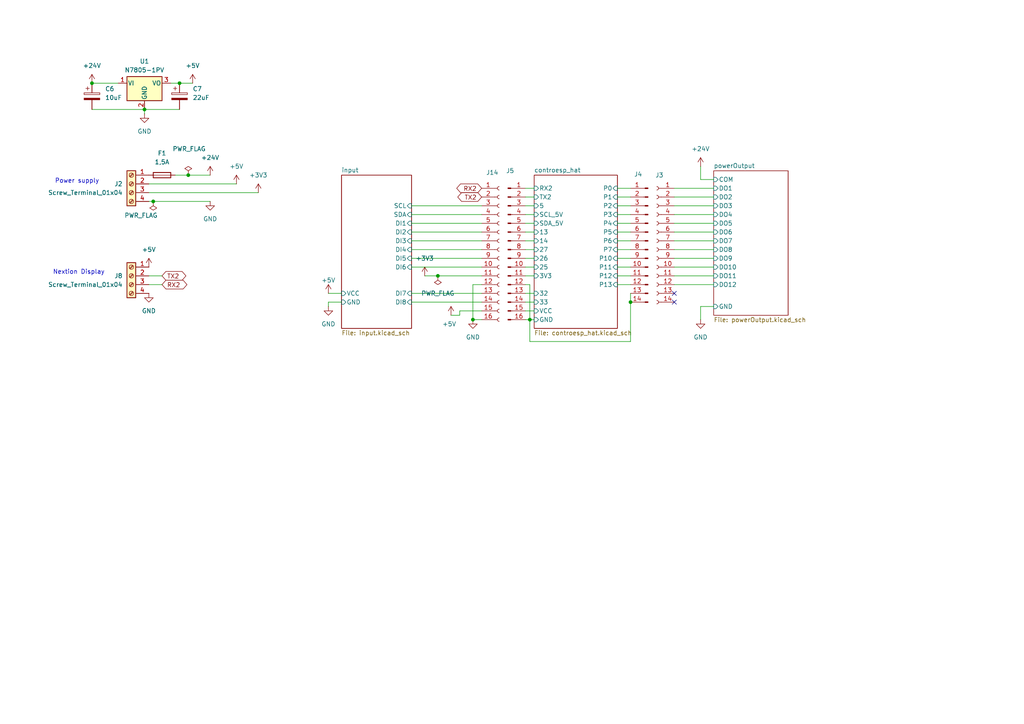
<source format=kicad_sch>
(kicad_sch (version 20250114) (generator "eeschema") (generator_version "9.0")
  (paper "A4")
  (title_block (title "controesp BASE") (date "2025-03-15") (rev "1") (comment 1 "1x display connector") (comment 2 "8x NO relay outputs; 2x 24V digital outputs") (comment 3 "8x 24V digital inputs; 2x 0-5V analog input") (comment 4 "24V supply") (comment 9 "test comment9"))
  (lib_symbols
    (symbol "Connector:Conn_01x14_Pin" (pin_names (offset 1.016) (hide yes))
      (property "Reference" "J" (at 0 17.78 0))
      (property "Value" "Conn_01x14_Pin" (at 0 -20.32 0))
      (symbol "Conn_01x14_Pin_1_1"
        (rectangle (start 0.8636 15.367) (end 0 15.113) (stroke (width 0.1524)) (fill (type outline)))
        (rectangle (start 0.8636 12.827) (end 0 12.573) (stroke (width 0.1524)) (fill (type outline)))
        (rectangle (start 0.8636 10.287) (end 0 10.033) (stroke (width 0.1524)) (fill (type outline)))
        (rectangle (start 0.8636 7.747) (end 0 7.493) (stroke (width 0.1524)) (fill (type outline)))
        (rectangle (start 0.8636 5.207) (end 0 4.953) (stroke (width 0.1524)) (fill (type outline)))
        (rectangle (start 0.8636 2.667) (end 0 2.413) (stroke (width 0.1524)) (fill (type outline)))
        (rectangle (start 0.8636 0.127) (end 0 -0.127) (stroke (width 0.1524)) (fill (type outline)))
        (rectangle (start 0.8636 -2.413) (end 0 -2.667) (stroke (width 0.1524)) (fill (type outline)))
        (rectangle (start 0.8636 -4.953) (end 0 -5.207) (stroke (width 0.1524)) (fill (type outline)))
        (rectangle (start 0.8636 -7.493) (end 0 -7.747) (stroke (width 0.1524)) (fill (type outline)))
        (rectangle (start 0.8636 -10.033) (end 0 -10.287) (stroke (width 0.1524)) (fill (type outline)))
        (rectangle (start 0.8636 -12.573) (end 0 -12.827) (stroke (width 0.1524)) (fill (type outline)))
        (rectangle (start 0.8636 -15.113) (end 0 -15.367) (stroke (width 0.1524)) (fill (type outline)))
        (rectangle (start 0.8636 -17.653) (end 0 -17.907) (stroke (width 0.1524)) (fill (type outline)))
        (polyline (pts (xy 1.27 15.24) (xy 0.8636 15.24)) (stroke (width 0.1524)))
        (polyline (pts (xy 1.27 12.7) (xy 0.8636 12.7)) (stroke (width 0.1524)))
        (polyline (pts (xy 1.27 10.16) (xy 0.8636 10.16)) (stroke (width 0.1524)))
        (polyline (pts (xy 1.27 7.62) (xy 0.8636 7.62)) (stroke (width 0.1524)))
        (polyline (pts (xy 1.27 5.08) (xy 0.8636 5.08)) (stroke (width 0.1524)))
        (polyline (pts (xy 1.27 2.54) (xy 0.8636 2.54)) (stroke (width 0.1524)))
        (polyline (pts (xy 1.27 0) (xy 0.8636 0)) (stroke (width 0.1524)))
        (polyline (pts (xy 1.27 -2.54) (xy 0.8636 -2.54)) (stroke (width 0.1524)))
        (polyline (pts (xy 1.27 -5.08) (xy 0.8636 -5.08)) (stroke (width 0.1524)))
        (polyline (pts (xy 1.27 -7.62) (xy 0.8636 -7.62)) (stroke (width 0.1524)))
        (polyline (pts (xy 1.27 -10.16) (xy 0.8636 -10.16)) (stroke (width 0.1524)))
        (polyline (pts (xy 1.27 -12.7) (xy 0.8636 -12.7)) (stroke (width 0.1524)))
        (polyline (pts (xy 1.27 -15.24) (xy 0.8636 -15.24)) (stroke (width 0.1524)))
        (polyline (pts (xy 1.27 -17.78) (xy 0.8636 -17.78)) (stroke (width 0.1524)))
        (pin passive line (at 5.08 15.24 180) (length 3.81) (name "Pin_1") (number "1"))
        (pin passive line (at 5.08 12.7 180) (length 3.81) (name "Pin_2") (number "2"))
        (pin passive line (at 5.08 10.16 180) (length 3.81) (name "Pin_3") (number "3"))
        (pin passive line (at 5.08 7.62 180) (length 3.81) (name "Pin_4") (number "4"))
        (pin passive line (at 5.08 5.08 180) (length 3.81) (name "Pin_5") (number "5"))
        (pin passive line (at 5.08 2.54 180) (length 3.81) (name "Pin_6") (number "6"))
        (pin passive line (at 5.08 0 180) (length 3.81) (name "Pin_7") (number "7"))
        (pin passive line (at 5.08 -2.54 180) (length 3.81) (name "Pin_8") (number "8"))
        (pin passive line (at 5.08 -5.08 180) (length 3.81) (name "Pin_9") (number "9"))
        (pin passive line (at 5.08 -7.62 180) (length 3.81) (name "Pin_10") (number "10"))
        (pin passive line (at 5.08 -10.16 180) (length 3.81) (name "Pin_11") (number "11"))
        (pin passive line (at 5.08 -12.7 180) (length 3.81) (name "Pin_12") (number "12"))
        (pin passive line (at 5.08 -15.24 180) (length 3.81) (name "Pin_13") (number "13"))
        (pin passive line (at 5.08 -17.78 180) (length 3.81) (name "Pin_14") (number "14"))
      )
    )
    (symbol "Connector:Conn_01x14_Socket" (pin_names (offset 1.016) (hide yes))
      (property "Reference" "J" (at 0 17.78 0))
      (property "Value" "Conn_01x14_Socket" (at 0 -20.32 0))
      (symbol "Conn_01x14_Socket_1_1"
        (polyline (pts (xy -1.27 15.24) (xy -0.508 15.24)) (stroke (width 0.1524)))
        (polyline (pts (xy -1.27 12.7) (xy -0.508 12.7)) (stroke (width 0.1524)))
        (polyline (pts (xy -1.27 10.16) (xy -0.508 10.16)) (stroke (width 0.1524)))
        (polyline (pts (xy -1.27 7.62) (xy -0.508 7.62)) (stroke (width 0.1524)))
        (polyline (pts (xy -1.27 5.08) (xy -0.508 5.08)) (stroke (width 0.1524)))
        (polyline (pts (xy -1.27 2.54) (xy -0.508 2.54)) (stroke (width 0.1524)))
        (polyline (pts (xy -1.27 0) (xy -0.508 0)) (stroke (width 0.1524)))
        (polyline (pts (xy -1.27 -2.54) (xy -0.508 -2.54)) (stroke (width 0.1524)))
        (polyline (pts (xy -1.27 -5.08) (xy -0.508 -5.08)) (stroke (width 0.1524)))
        (polyline (pts (xy -1.27 -7.62) (xy -0.508 -7.62)) (stroke (width 0.1524)))
        (polyline (pts (xy -1.27 -10.16) (xy -0.508 -10.16)) (stroke (width 0.1524)))
        (polyline (pts (xy -1.27 -12.7) (xy -0.508 -12.7)) (stroke (width 0.1524)))
        (polyline (pts (xy -1.27 -15.24) (xy -0.508 -15.24)) (stroke (width 0.1524)))
        (polyline (pts (xy -1.27 -17.78) (xy -0.508 -17.78)) (stroke (width 0.1524)))
        (arc (start 0 14.732) (mid -0.5058 15.24) (end 0 15.748) (stroke (width 0.1524)))
        (arc (start 0 12.192) (mid -0.5058 12.7) (end 0 13.208) (stroke (width 0.1524)))
        (arc (start 0 9.652) (mid -0.5058 10.16) (end 0 10.668) (stroke (width 0.1524)))
        (arc (start 0 7.112) (mid -0.5058 7.62) (end 0 8.128) (stroke (width 0.1524)))
        (arc (start 0 4.572) (mid -0.5058 5.08) (end 0 5.588) (stroke (width 0.1524)))
        (arc (start 0 2.032) (mid -0.5058 2.54) (end 0 3.048) (stroke (width 0.1524)))
        (arc (start 0 -0.508) (mid -0.5058 0) (end 0 0.508) (stroke (width 0.1524)))
        (arc (start 0 -3.048) (mid -0.5058 -2.54) (end 0 -2.032) (stroke (width 0.1524)))
        (arc (start 0 -5.588) (mid -0.5058 -5.08) (end 0 -4.572) (stroke (width 0.1524)))
        (arc (start 0 -8.128) (mid -0.5058 -7.62) (end 0 -7.112) (stroke (width 0.1524)))
        (arc (start 0 -10.668) (mid -0.5058 -10.16) (end 0 -9.652) (stroke (width 0.1524)))
        (arc (start 0 -13.208) (mid -0.5058 -12.7) (end 0 -12.192) (stroke (width 0.1524)))
        (arc (start 0 -15.748) (mid -0.5058 -15.24) (end 0 -14.732) (stroke (width 0.1524)))
        (arc (start 0 -18.288) (mid -0.5058 -17.78) (end 0 -17.272) (stroke (width 0.1524)))
        (pin passive line (at -5.08 15.24 0) (length 3.81) (name "Pin_1") (number "1"))
        (pin passive line (at -5.08 12.7 0) (length 3.81) (name "Pin_2") (number "2"))
        (pin passive line (at -5.08 10.16 0) (length 3.81) (name "Pin_3") (number "3"))
        (pin passive line (at -5.08 7.62 0) (length 3.81) (name "Pin_4") (number "4"))
        (pin passive line (at -5.08 5.08 0) (length 3.81) (name "Pin_5") (number "5"))
        (pin passive line (at -5.08 2.54 0) (length 3.81) (name "Pin_6") (number "6"))
        (pin passive line (at -5.08 0 0) (length 3.81) (name "Pin_7") (number "7"))
        (pin passive line (at -5.08 -2.54 0) (length 3.81) (name "Pin_8") (number "8"))
        (pin passive line (at -5.08 -5.08 0) (length 3.81) (name "Pin_9") (number "9"))
        (pin passive line (at -5.08 -7.62 0) (length 3.81) (name "Pin_10") (number "10"))
        (pin passive line (at -5.08 -10.16 0) (length 3.81) (name "Pin_11") (number "11"))
        (pin passive line (at -5.08 -12.7 0) (length 3.81) (name "Pin_12") (number "12"))
        (pin passive line (at -5.08 -15.24 0) (length 3.81) (name "Pin_13") (number "13"))
        (pin passive line (at -5.08 -17.78 0) (length 3.81) (name "Pin_14") (number "14"))
      )
    )
    (symbol "Connector:Conn_01x16_Pin" (pin_names (offset 1.016) (hide yes))
      (property "Reference" "J" (at 0 20.32 0))
      (property "Value" "Conn_01x16_Pin" (at 0 -22.86 0))
      (symbol "Conn_01x16_Pin_1_1"
        (rectangle (start 0.8636 17.907) (end 0 17.653) (stroke (width 0.1524)) (fill (type outline)))
        (rectangle (start 0.8636 15.367) (end 0 15.113) (stroke (width 0.1524)) (fill (type outline)))
        (rectangle (start 0.8636 12.827) (end 0 12.573) (stroke (width 0.1524)) (fill (type outline)))
        (rectangle (start 0.8636 10.287) (end 0 10.033) (stroke (width 0.1524)) (fill (type outline)))
        (rectangle (start 0.8636 7.747) (end 0 7.493) (stroke (width 0.1524)) (fill (type outline)))
        (rectangle (start 0.8636 5.207) (end 0 4.953) (stroke (width 0.1524)) (fill (type outline)))
        (rectangle (start 0.8636 2.667) (end 0 2.413) (stroke (width 0.1524)) (fill (type outline)))
        (rectangle (start 0.8636 0.127) (end 0 -0.127) (stroke (width 0.1524)) (fill (type outline)))
        (rectangle (start 0.8636 -2.413) (end 0 -2.667) (stroke (width 0.1524)) (fill (type outline)))
        (rectangle (start 0.8636 -4.953) (end 0 -5.207) (stroke (width 0.1524)) (fill (type outline)))
        (rectangle (start 0.8636 -7.493) (end 0 -7.747) (stroke (width 0.1524)) (fill (type outline)))
        (rectangle (start 0.8636 -10.033) (end 0 -10.287) (stroke (width 0.1524)) (fill (type outline)))
        (rectangle (start 0.8636 -12.573) (end 0 -12.827) (stroke (width 0.1524)) (fill (type outline)))
        (rectangle (start 0.8636 -15.113) (end 0 -15.367) (stroke (width 0.1524)) (fill (type outline)))
        (rectangle (start 0.8636 -17.653) (end 0 -17.907) (stroke (width 0.1524)) (fill (type outline)))
        (rectangle (start 0.8636 -20.193) (end 0 -20.447) (stroke (width 0.1524)) (fill (type outline)))
        (polyline (pts (xy 1.27 17.78) (xy 0.8636 17.78)) (stroke (width 0.1524)))
        (polyline (pts (xy 1.27 15.24) (xy 0.8636 15.24)) (stroke (width 0.1524)))
        (polyline (pts (xy 1.27 12.7) (xy 0.8636 12.7)) (stroke (width 0.1524)))
        (polyline (pts (xy 1.27 10.16) (xy 0.8636 10.16)) (stroke (width 0.1524)))
        (polyline (pts (xy 1.27 7.62) (xy 0.8636 7.62)) (stroke (width 0.1524)))
        (polyline (pts (xy 1.27 5.08) (xy 0.8636 5.08)) (stroke (width 0.1524)))
        (polyline (pts (xy 1.27 2.54) (xy 0.8636 2.54)) (stroke (width 0.1524)))
        (polyline (pts (xy 1.27 0) (xy 0.8636 0)) (stroke (width 0.1524)))
        (polyline (pts (xy 1.27 -2.54) (xy 0.8636 -2.54)) (stroke (width 0.1524)))
        (polyline (pts (xy 1.27 -5.08) (xy 0.8636 -5.08)) (stroke (width 0.1524)))
        (polyline (pts (xy 1.27 -7.62) (xy 0.8636 -7.62)) (stroke (width 0.1524)))
        (polyline (pts (xy 1.27 -10.16) (xy 0.8636 -10.16)) (stroke (width 0.1524)))
        (polyline (pts (xy 1.27 -12.7) (xy 0.8636 -12.7)) (stroke (width 0.1524)))
        (polyline (pts (xy 1.27 -15.24) (xy 0.8636 -15.24)) (stroke (width 0.1524)))
        (polyline (pts (xy 1.27 -17.78) (xy 0.8636 -17.78)) (stroke (width 0.1524)))
        (polyline (pts (xy 1.27 -20.32) (xy 0.8636 -20.32)) (stroke (width 0.1524)))
        (pin passive line (at 5.08 17.78 180) (length 3.81) (name "Pin_1") (number "1"))
        (pin passive line (at 5.08 15.24 180) (length 3.81) (name "Pin_2") (number "2"))
        (pin passive line (at 5.08 12.7 180) (length 3.81) (name "Pin_3") (number "3"))
        (pin passive line (at 5.08 10.16 180) (length 3.81) (name "Pin_4") (number "4"))
        (pin passive line (at 5.08 7.62 180) (length 3.81) (name "Pin_5") (number "5"))
        (pin passive line (at 5.08 5.08 180) (length 3.81) (name "Pin_6") (number "6"))
        (pin passive line (at 5.08 2.54 180) (length 3.81) (name "Pin_7") (number "7"))
        (pin passive line (at 5.08 0 180) (length 3.81) (name "Pin_8") (number "8"))
        (pin passive line (at 5.08 -2.54 180) (length 3.81) (name "Pin_9") (number "9"))
        (pin passive line (at 5.08 -5.08 180) (length 3.81) (name "Pin_10") (number "10"))
        (pin passive line (at 5.08 -7.62 180) (length 3.81) (name "Pin_11") (number "11"))
        (pin passive line (at 5.08 -10.16 180) (length 3.81) (name "Pin_12") (number "12"))
        (pin passive line (at 5.08 -12.7 180) (length 3.81) (name "Pin_13") (number "13"))
        (pin passive line (at 5.08 -15.24 180) (length 3.81) (name "Pin_14") (number "14"))
        (pin passive line (at 5.08 -17.78 180) (length 3.81) (name "Pin_15") (number "15"))
        (pin passive line (at 5.08 -20.32 180) (length 3.81) (name "Pin_16") (number "16"))
      )
    )
    (symbol "Connector:Conn_01x16_Socket" (pin_names (offset 1.016) (hide yes))
      (property "Reference" "J" (at 0 20.32 0))
      (property "Value" "Conn_01x16_Socket" (at 0 -22.86 0))
      (symbol "Conn_01x16_Socket_1_1"
        (polyline (pts (xy -1.27 17.78) (xy -0.508 17.78)) (stroke (width 0.1524)))
        (polyline (pts (xy -1.27 15.24) (xy -0.508 15.24)) (stroke (width 0.1524)))
        (polyline (pts (xy -1.27 12.7) (xy -0.508 12.7)) (stroke (width 0.1524)))
        (polyline (pts (xy -1.27 10.16) (xy -0.508 10.16)) (stroke (width 0.1524)))
        (polyline (pts (xy -1.27 7.62) (xy -0.508 7.62)) (stroke (width 0.1524)))
        (polyline (pts (xy -1.27 5.08) (xy -0.508 5.08)) (stroke (width 0.1524)))
        (polyline (pts (xy -1.27 2.54) (xy -0.508 2.54)) (stroke (width 0.1524)))
        (polyline (pts (xy -1.27 0) (xy -0.508 0)) (stroke (width 0.1524)))
        (polyline (pts (xy -1.27 -2.54) (xy -0.508 -2.54)) (stroke (width 0.1524)))
        (polyline (pts (xy -1.27 -5.08) (xy -0.508 -5.08)) (stroke (width 0.1524)))
        (polyline (pts (xy -1.27 -7.62) (xy -0.508 -7.62)) (stroke (width 0.1524)))
        (polyline (pts (xy -1.27 -10.16) (xy -0.508 -10.16)) (stroke (width 0.1524)))
        (polyline (pts (xy -1.27 -12.7) (xy -0.508 -12.7)) (stroke (width 0.1524)))
        (polyline (pts (xy -1.27 -15.24) (xy -0.508 -15.24)) (stroke (width 0.1524)))
        (polyline (pts (xy -1.27 -17.78) (xy -0.508 -17.78)) (stroke (width 0.1524)))
        (polyline (pts (xy -1.27 -20.32) (xy -0.508 -20.32)) (stroke (width 0.1524)))
        (arc (start 0 17.272) (mid -0.5058 17.78) (end 0 18.288) (stroke (width 0.1524)))
        (arc (start 0 14.732) (mid -0.5058 15.24) (end 0 15.748) (stroke (width 0.1524)))
        (arc (start 0 12.192) (mid -0.5058 12.7) (end 0 13.208) (stroke (width 0.1524)))
        (arc (start 0 9.652) (mid -0.5058 10.16) (end 0 10.668) (stroke (width 0.1524)))
        (arc (start 0 7.112) (mid -0.5058 7.62) (end 0 8.128) (stroke (width 0.1524)))
        (arc (start 0 4.572) (mid -0.5058 5.08) (end 0 5.588) (stroke (width 0.1524)))
        (arc (start 0 2.032) (mid -0.5058 2.54) (end 0 3.048) (stroke (width 0.1524)))
        (arc (start 0 -0.508) (mid -0.5058 0) (end 0 0.508) (stroke (width 0.1524)))
        (arc (start 0 -3.048) (mid -0.5058 -2.54) (end 0 -2.032) (stroke (width 0.1524)))
        (arc (start 0 -5.588) (mid -0.5058 -5.08) (end 0 -4.572) (stroke (width 0.1524)))
        (arc (start 0 -8.128) (mid -0.5058 -7.62) (end 0 -7.112) (stroke (width 0.1524)))
        (arc (start 0 -10.668) (mid -0.5058 -10.16) (end 0 -9.652) (stroke (width 0.1524)))
        (arc (start 0 -13.208) (mid -0.5058 -12.7) (end 0 -12.192) (stroke (width 0.1524)))
        (arc (start 0 -15.748) (mid -0.5058 -15.24) (end 0 -14.732) (stroke (width 0.1524)))
        (arc (start 0 -18.288) (mid -0.5058 -17.78) (end 0 -17.272) (stroke (width 0.1524)))
        (arc (start 0 -20.828) (mid -0.5058 -20.32) (end 0 -19.812) (stroke (width 0.1524)))
        (pin passive line (at -5.08 17.78 0) (length 3.81) (name "Pin_1") (number "1"))
        (pin passive line (at -5.08 15.24 0) (length 3.81) (name "Pin_2") (number "2"))
        (pin passive line (at -5.08 12.7 0) (length 3.81) (name "Pin_3") (number "3"))
        (pin passive line (at -5.08 10.16 0) (length 3.81) (name "Pin_4") (number "4"))
        (pin passive line (at -5.08 7.62 0) (length 3.81) (name "Pin_5") (number "5"))
        (pin passive line (at -5.08 5.08 0) (length 3.81) (name "Pin_6") (number "6"))
        (pin passive line (at -5.08 2.54 0) (length 3.81) (name "Pin_7") (number "7"))
        (pin passive line (at -5.08 0 0) (length 3.81) (name "Pin_8") (number "8"))
        (pin passive line (at -5.08 -2.54 0) (length 3.81) (name "Pin_9") (number "9"))
        (pin passive line (at -5.08 -5.08 0) (length 3.81) (name "Pin_10") (number "10"))
        (pin passive line (at -5.08 -7.62 0) (length 3.81) (name "Pin_11") (number "11"))
        (pin passive line (at -5.08 -10.16 0) (length 3.81) (name "Pin_12") (number "12"))
        (pin passive line (at -5.08 -12.7 0) (length 3.81) (name "Pin_13") (number "13"))
        (pin passive line (at -5.08 -15.24 0) (length 3.81) (name "Pin_14") (number "14"))
        (pin passive line (at -5.08 -17.78 0) (length 3.81) (name "Pin_15") (number "15"))
        (pin passive line (at -5.08 -20.32 0) (length 3.81) (name "Pin_16") (number "16"))
      )
    )
    (symbol "Connector:Screw_Terminal_01x04" (pin_names (offset 1.016) (hide yes))
      (property "Reference" "J" (at 0 5.08 0))
      (property "Value" "Screw_Terminal_01x04" (at 0 -7.62 0))
      (symbol "Screw_Terminal_01x04_1_1"
        (rectangle (start -1.27 3.81) (end 1.27 -6.35) (stroke (width 0.254)) (fill (type background)))
        (polyline (pts (xy -0.5334 2.8702) (xy 0.3302 2.032)) (stroke (width 0.1524)))
        (polyline (pts (xy -0.5334 0.3302) (xy 0.3302 -0.508)) (stroke (width 0.1524)))
        (polyline (pts (xy -0.5334 -2.2098) (xy 0.3302 -3.048)) (stroke (width 0.1524)))
        (polyline (pts (xy -0.5334 -4.7498) (xy 0.3302 -5.588)) (stroke (width 0.1524)))
        (polyline (pts (xy -0.3556 3.048) (xy 0.508 2.2098)) (stroke (width 0.1524)))
        (polyline (pts (xy -0.3556 0.508) (xy 0.508 -0.3302)) (stroke (width 0.1524)))
        (polyline (pts (xy -0.3556 -2.032) (xy 0.508 -2.8702)) (stroke (width 0.1524)))
        (polyline (pts (xy -0.3556 -4.572) (xy 0.508 -5.4102)) (stroke (width 0.1524)))
        (circle (center 0 2.54) (radius 0.635) (stroke (width 0.1524)))
        (circle (center 0 0) (radius 0.635) (stroke (width 0.1524)))
        (circle (center 0 -2.54) (radius 0.635) (stroke (width 0.1524)))
        (circle (center 0 -5.08) (radius 0.635) (stroke (width 0.1524)))
        (pin passive line (at -5.08 2.54 0) (length 3.81) (name "Pin_1") (number "1"))
        (pin passive line (at -5.08 0 0) (length 3.81) (name "Pin_2") (number "2"))
        (pin passive line (at -5.08 -2.54 0) (length 3.81) (name "Pin_3") (number "3"))
        (pin passive line (at -5.08 -5.08 0) (length 3.81) (name "Pin_4") (number "4"))
      )
    )
    (symbol "Device:C_Polarized" (pin_numbers (hide yes)) (pin_names (offset 0.254))
      (property "Reference" "C" (at 0.635 2.54 0))
      (property "Value" "C_Polarized" (at 0.635 -2.54 0))
      (symbol "C_Polarized_0_1"
        (rectangle (start -2.286 0.508) (end 2.286 1.016))
        (polyline (pts (xy -1.778 2.286) (xy -0.762 2.286)))
        (polyline (pts (xy -1.27 2.794) (xy -1.27 1.778)))
        (rectangle (start 2.286 -0.508) (end -2.286 -1.016) (fill (type outline)))
      )
      (symbol "C_Polarized_1_1"
        (pin passive line (at 0 3.81 270) (length 2.794) (name "~") (number "1"))
        (pin passive line (at 0 -3.81 90) (length 2.794) (name "~") (number "2"))
      )
    )
    (symbol "Device:Fuse" (pin_numbers (hide yes)) (pin_names (offset 0))
      (property "Reference" "F" (at 2.032 0 90))
      (property "Value" "Fuse" (at -1.905 0 90))
      (symbol "Fuse_0_1"
        (rectangle (start -0.762 -2.54) (end 0.762 2.54) (stroke (width 0.254)))
        (polyline (pts (xy 0 2.54) (xy 0 -2.54)))
      )
      (symbol "Fuse_1_1"
        (pin passive line (at 0 3.81 270) (length 1.27) (name "~") (number "1"))
        (pin passive line (at 0 -3.81 90) (length 1.27) (name "~") (number "2"))
      )
    )
    (symbol "Regulator_Linear:LM7805_TO220" (pin_names (offset 0.254))
      (property "Reference" "U" (at -3.81 3.175 0))
      (property "Value" "LM7805_TO220" (at 0 3.175 0))
      (symbol "LM7805_TO220_0_1"
        (rectangle (start -5.08 1.905) (end 5.08 -5.08) (stroke (width 0.254)) (fill (type background)))
      )
      (symbol "LM7805_TO220_1_1"
        (pin power_in line (at -7.62 0 0) (length 2.54) (name "VI") (number "1"))
        (pin power_in line (at 0 -7.62 90) (length 2.54) (name "GND") (number "2"))
        (pin power_out line (at 7.62 0 180) (length 2.54) (name "VO") (number "3"))
      )
    )
    (symbol "power:+24V" (power) (pin_numbers (hide yes)) (pin_names (offset 0) (hide yes))
      (property "Value" "+24V" (at 0 3.556 0))
      (symbol "+24V_0_1"
        (polyline (pts (xy -0.762 1.27) (xy 0 2.54)))
        (polyline (pts (xy 0 2.54) (xy 0.762 1.27)))
        (polyline (pts (xy 0 0) (xy 0 2.54)))
      )
      (symbol "+24V_1_1"
        (pin power_in line (at 0 0 90) (length 0) (name "~") (number "1"))
      )
    )
    (symbol "power:+3V3" (power) (pin_numbers (hide yes)) (pin_names (offset 0) (hide yes))
      (property "Value" "+3V3" (at 0 3.556 0))
      (symbol "+3V3_0_1"
        (polyline (pts (xy -0.762 1.27) (xy 0 2.54)))
        (polyline (pts (xy 0 2.54) (xy 0.762 1.27)))
        (polyline (pts (xy 0 0) (xy 0 2.54)))
      )
      (symbol "+3V3_1_1"
        (pin power_in line (at 0 0 90) (length 0) (name "~") (number "1"))
      )
    )
    (symbol "power:+5V" (power) (pin_numbers (hide yes)) (pin_names (offset 0) (hide yes))
      (property "Value" "+5V" (at 0 3.556 0))
      (symbol "+5V_0_1"
        (polyline (pts (xy -0.762 1.27) (xy 0 2.54)))
        (polyline (pts (xy 0 2.54) (xy 0.762 1.27)))
        (polyline (pts (xy 0 0) (xy 0 2.54)))
      )
      (symbol "+5V_1_1"
        (pin power_in line (at 0 0 90) (length 0) (name "~") (number "1"))
      )
    )
    (symbol "power:GND" (power) (pin_numbers (hide yes)) (pin_names (offset 0) (hide yes))
      (property "Value" "GND" (at 0 -3.81 0))
      (symbol "GND_0_1"
        (polyline (pts (xy 0 0) (xy 0 -1.27) (xy 1.27 -1.27) (xy 0 -2.54) (xy -1.27 -1.27) (xy 0 -1.27)))
      )
      (symbol "GND_1_1"
        (pin power_in line (at 0 0 270) (length 0) (name "~") (number "1"))
      )
    )
    (symbol "power:PWR_FLAG" (power) (pin_numbers (hide yes)) (pin_names (offset 0) (hide yes))
      (property "Value" "PWR_FLAG" (at 0 3.81 0))
      (symbol "PWR_FLAG_0_0"
        (pin power_out line (at 0 0 90) (length 0) (name "~") (number "1"))
      )
      (symbol "PWR_FLAG_0_1"
        (polyline (pts (xy 0 0) (xy 0 1.27) (xy -1.016 1.905) (xy 0 2.54) (xy 1.016 1.905) (xy 0 1.27)))
      )
    )
  )
  (text "Power supply" (at 22.352 52.578 0) (effects (font (size 1.27 1.27))))
  (text "Nextion Display" (at 22.86 78.994 0) (effects (font (size 1.27 1.27))))
  (junction (at 127 80.01))
  (junction (at 182.88 87.63))
  (junction (at 26.67 24.13))
  (junction (at 153.67 92.71))
  (junction (at 137.16 92.71))
  (junction (at 41.91 31.75))
  (junction (at 54.61 50.8))
  (junction (at 44.45 58.42))
  (junction (at 52.07 24.13))
  (no_connect (at 195.58 85.09))
  (no_connect (at 195.58 87.63))
  (wire (pts (xy 54.61 50.8) (xy 60.96 50.8)))
  (wire (pts (xy 195.58 64.77) (xy 207.01 64.77)))
  (wire (pts (xy 119.38 69.85) (xy 139.7 69.85)))
  (wire (pts (xy 26.67 24.13) (xy 34.29 24.13)))
  (wire (pts (xy 195.58 62.23) (xy 207.01 62.23)))
  (wire (pts (xy 119.38 87.63) (xy 139.7 87.63)))
  (wire (pts (xy 153.67 92.71) (xy 154.94 92.71)))
  (wire (pts (xy 179.07 77.47) (xy 182.88 77.47)))
  (wire (pts (xy 179.07 67.31) (xy 182.88 67.31)))
  (wire (pts (xy 119.38 62.23) (xy 139.7 62.23)))
  (wire (pts (xy 152.4 59.69) (xy 154.94 59.69)))
  (wire (pts (xy 179.07 80.01) (xy 182.88 80.01)))
  (wire (pts (xy 152.4 92.71) (xy 153.67 92.71)))
  (wire (pts (xy 152.4 64.77) (xy 154.94 64.77)))
  (wire (pts (xy 152.4 77.47) (xy 154.94 77.47)))
  (wire (pts (xy 43.18 53.34) (xy 68.58 53.34)))
  (wire (pts (xy 43.18 80.01) (xy 46.99 80.01)))
  (wire (pts (xy 44.45 58.42) (xy 60.96 58.42)))
  (wire (pts (xy 43.18 82.55) (xy 46.99 82.55)))
  (wire (pts (xy 152.4 54.61) (xy 154.94 54.61)))
  (wire (pts (xy 179.07 69.85) (xy 182.88 69.85)))
  (wire (pts (xy 152.4 82.55) (xy 153.67 82.55)))
  (wire (pts (xy 41.91 33.02) (xy 41.91 31.75)))
  (wire (pts (xy 182.88 99.06) (xy 182.88 87.63)))
  (wire (pts (xy 195.58 77.47) (xy 207.01 77.47)))
  (wire (pts (xy 179.07 54.61) (xy 182.88 54.61)))
  (wire (pts (xy 50.8 50.8) (xy 54.61 50.8)))
  (wire (pts (xy 127 80.01) (xy 139.7 80.01)))
  (wire (pts (xy 195.58 67.31) (xy 207.01 67.31)))
  (wire (pts (xy 179.07 82.55) (xy 182.88 82.55)))
  (wire (pts (xy 130.81 91.44) (xy 133.35 91.44)))
  (wire (pts (xy 152.4 62.23) (xy 154.94 62.23)))
  (wire (pts (xy 179.07 62.23) (xy 182.88 62.23)))
  (wire (pts (xy 152.4 90.17) (xy 154.94 90.17)))
  (wire (pts (xy 152.4 85.09) (xy 154.94 85.09)))
  (wire (pts (xy 195.58 57.15) (xy 207.01 57.15)))
  (wire (pts (xy 152.4 69.85) (xy 154.94 69.85)))
  (wire (pts (xy 41.91 31.75) (xy 52.07 31.75)))
  (wire (pts (xy 152.4 80.01) (xy 154.94 80.01)))
  (wire (pts (xy 195.58 72.39) (xy 207.01 72.39)))
  (wire (pts (xy 95.25 85.09) (xy 99.06 85.09)))
  (wire (pts (xy 26.67 31.75) (xy 41.91 31.75)))
  (wire (pts (xy 119.38 74.93) (xy 139.7 74.93)))
  (wire (pts (xy 95.25 88.9) (xy 95.25 87.63)))
  (wire (pts (xy 179.07 57.15) (xy 182.88 57.15)))
  (wire (pts (xy 153.67 92.71) (xy 153.67 99.06)))
  (wire (pts (xy 195.58 69.85) (xy 207.01 69.85)))
  (wire (pts (xy 119.38 85.09) (xy 139.7 85.09)))
  (wire (pts (xy 152.4 67.31) (xy 154.94 67.31)))
  (wire (pts (xy 119.38 67.31) (xy 139.7 67.31)))
  (wire (pts (xy 43.18 58.42) (xy 44.45 58.42)))
  (wire (pts (xy 195.58 54.61) (xy 207.01 54.61)))
  (wire (pts (xy 203.2 92.71) (xy 203.2 88.9)))
  (wire (pts (xy 179.07 74.93) (xy 182.88 74.93)))
  (wire (pts (xy 137.16 92.71) (xy 139.7 92.71)))
  (wire (pts (xy 153.67 99.06) (xy 182.88 99.06)))
  (wire (pts (xy 195.58 59.69) (xy 207.01 59.69)))
  (wire (pts (xy 195.58 74.93) (xy 207.01 74.93)))
  (wire (pts (xy 179.07 72.39) (xy 182.88 72.39)))
  (wire (pts (xy 133.35 91.44) (xy 133.35 90.17)))
  (wire (pts (xy 152.4 57.15) (xy 154.94 57.15)))
  (wire (pts (xy 153.67 82.55) (xy 153.67 92.71)))
  (wire (pts (xy 52.07 24.13) (xy 55.88 24.13)))
  (wire (pts (xy 123.19 80.01) (xy 127 80.01)))
  (wire (pts (xy 119.38 77.47) (xy 139.7 77.47)))
  (wire (pts (xy 207.01 52.07) (xy 203.2 52.07)))
  (wire (pts (xy 195.58 82.55) (xy 207.01 82.55)))
  (wire (pts (xy 179.07 59.69) (xy 182.88 59.69)))
  (wire (pts (xy 179.07 64.77) (xy 182.88 64.77)))
  (wire (pts (xy 43.18 55.88) (xy 74.93 55.88)))
  (wire (pts (xy 152.4 74.93) (xy 154.94 74.93)))
  (wire (pts (xy 203.2 52.07) (xy 203.2 48.26)))
  (wire (pts (xy 49.53 24.13) (xy 52.07 24.13)))
  (wire (pts (xy 203.2 88.9) (xy 207.01 88.9)))
  (wire (pts (xy 95.25 87.63) (xy 99.06 87.63)))
  (wire (pts (xy 137.16 82.55) (xy 137.16 92.71)))
  (wire (pts (xy 133.35 90.17) (xy 139.7 90.17)))
  (wire (pts (xy 195.58 80.01) (xy 207.01 80.01)))
  (wire (pts (xy 137.16 82.55) (xy 139.7 82.55)))
  (wire (pts (xy 119.38 72.39) (xy 139.7 72.39)))
  (wire (pts (xy 119.38 64.77) (xy 139.7 64.77)))
  (wire (pts (xy 182.88 85.09) (xy 182.88 87.63)))
  (wire (pts (xy 152.4 87.63) (xy 154.94 87.63)))
  (wire (pts (xy 119.38 59.69) (xy 139.7 59.69)))
  (wire (pts (xy 152.4 72.39) (xy 154.94 72.39)))
  (global_label "RX2" (shape bidirectional) (at 139.7 54.61 180) (property "Intersheetrefs" "${INTERSHEET_REFS}" (at 131.9145 54.61 0) (effects (justify right))))
  (global_label "TX2" (shape bidirectional) (at 139.7 57.15 180) (property "Intersheetrefs" "${INTERSHEET_REFS}" (at 132.2169 57.15 0) (effects (justify right))))
  (global_label "RX2" (shape bidirectional) (at 46.99 82.55 0) (property "Intersheetrefs" "${INTERSHEET_REFS}" (at 54.7755 82.55 0) (effects (justify left))))
  (global_label "TX2" (shape bidirectional) (at 46.99 80.01 0) (property "Intersheetrefs" "${INTERSHEET_REFS}" (at 54.4731 80.01 0) (effects (justify left))))
  (symbol (lib_id "Device:Fuse") (at 46.99 50.8 90) (unit 1)
    (property "Reference" "F1" (at 46.99 44.45 90))
    (property "Value" "1,5A" (at 46.99 46.99 90))
    (property "Footprint" "Fuse:Fuseholder_Littelfuse_Nano2_154x" (effects (hide yes)))
    (property "Description" "Fuse" (effects (hide yes)))
  )
  (symbol (lib_id "power:+5V") (at 55.88 24.13 0) (unit 1)
    (property "Reference" "#PWR03" (effects (hide yes)))
    (property "Value" "+5V" (at 55.88 19.05 0))
    (property "Description" "Power symbol creates a global label with name \"+5V\"" (effects (hide yes)))
  )
  (symbol (lib_id "power:GND") (at 41.91 33.02 0) (unit 1)
    (property "Reference" "#PWR02" (effects (hide yes)))
    (property "Value" "GND" (at 41.91 38.1 0))
    (property "Description" "Power symbol creates a global label with name \"GND\" , ground" (effects (hide yes)))
  )
  (symbol (lib_id "power:GND") (at 203.2 92.71 0) (unit 1)
    (property "Reference" "#PWR018" (effects (hide yes)))
    (property "Value" "GND" (at 203.2 97.79 0))
    (property "Description" "Power symbol creates a global label with name \"GND\" , ground" (effects (hide yes)))
  )
  (symbol (lib_id "power:PWR_FLAG") (at 44.45 58.42 180) (unit 1)
    (property "Reference" "#FLG02" (effects (hide yes)))
    (property "Value" "PWR_FLAG" (at 40.894 62.484 0))
    (property "Description" "Special symbol for telling ERC where power comes from" (effects (hide yes)))
  )
  (symbol (lib_id "power:+3V3") (at 74.93 55.88 0) (unit 1)
    (property "Reference" "#PWR08" (effects (hide yes)))
    (property "Value" "+3V3" (at 74.93 50.8 0))
    (property "Description" "Power symbol creates a global label with name \"+3V3\"" (effects (hide yes)))
  )
  (symbol (lib_id "Connector:Conn_01x16_Pin") (at 147.32 72.39 0) (unit 1)
    (property "Reference" "J5" (at 147.955 49.53 0))
    (property "Value" "Conn_01x16_Pin" (effects (hide yes)))
    (property "Footprint" "Connector_PinHeader_2.54mm:PinHeader_1x16_P2.54mm_Vertical" (effects (hide yes)))
    (property "Description" "Generic connector, single row, 01x16, script generated" (effects (hide yes)))
  )
  (symbol (lib_id "power:+3V3") (at 123.19 80.01 0) (unit 1)
    (property "Reference" "#PWR011" (effects (hide yes)))
    (property "Value" "+3V3" (at 123.19 74.93 0))
    (property "Description" "Power symbol creates a global label with name \"+3V3\"" (effects (hide yes)))
  )
  (symbol (lib_id "power:PWR_FLAG") (at 127 80.01 180) (unit 1)
    (property "Reference" "#FLG03" (effects (hide yes)))
    (property "Value" "PWR_FLAG" (at 127 85.09 0))
    (property "Description" "Special symbol for telling ERC where power comes from" (effects (hide yes)))
  )
  (symbol (lib_id "power:+24V") (at 26.67 24.13 0) (unit 1)
    (property "Reference" "#PWR01" (effects (hide yes)))
    (property "Value" "+24V" (at 26.67 19.05 0))
    (property "Description" "Power symbol creates a global label with name \"+24V\"" (effects (hide yes)))
  )
  (symbol (lib_id "power:GND") (at 95.25 88.9 0) (unit 1)
    (property "Reference" "#PWR010" (effects (hide yes)))
    (property "Value" "GND" (at 95.25 93.98 0))
    (property "Description" "Power symbol creates a global label with name \"GND\" , ground" (effects (hide yes)))
  )
  (symbol (lib_id "power:PWR_FLAG") (at 54.61 50.8 0) (unit 1)
    (property "Reference" "#FLG01" (effects (hide yes)))
    (property "Value" "PWR_FLAG" (at 54.864 43.18 0))
    (property "Description" "Special symbol for telling ERC where power comes from" (effects (hide yes)))
  )
  (symbol (lib_id "power:GND") (at 137.16 92.71 0) (unit 1)
    (property "Reference" "#PWR017" (effects (hide yes)))
    (property "Value" "GND" (at 137.16 97.79 0))
    (property "Description" "Power symbol creates a global label with name \"GND\" , ground" (effects (hide yes)))
  )
  (symbol (lib_id "power:GND") (at 43.18 85.09 0) (unit 1)
    (property "Reference" "#PWR014" (effects (hide yes)))
    (property "Value" "GND" (at 43.18 90.17 0))
    (property "Description" "Power symbol creates a global label with name \"GND\" , ground" (effects (hide yes)))
  )
  (symbol (lib_id "Connector:Conn_01x16_Socket") (at 144.78 72.39 0) (unit 1)
    (property "Reference" "J14" (at 140.97 50.038 0) (effects (justify left)))
    (property "Value" "Conn_01x16_Socket" (effects (hide yes)))
    (property "Footprint" "Connector_PinSocket_2.54mm:PinSocket_1x16_P2.54mm_Vertical" (effects (hide yes)))
    (property "Description" "Generic connector, single row, 01x16, script generated" (effects (hide yes)))
    (property "LCSC" "C66987" (effects (hide yes)))
  )
  (symbol (lib_id "Connector:Conn_01x14_Socket") (at 190.5 69.85 0) (mirror y) (unit 1)
    (property "Reference" "J3" (at 191.262 50.8 0))
    (property "Value" "Conn_01x14_Socket" (effects (hide yes)))
    (property "Footprint" "Connector_PinSocket_2.54mm:PinSocket_1x14_P2.54mm_Vertical" (effects (hide yes)))
    (property "Description" "Generic connector, single row, 01x14, script generated" (effects (hide yes)))
    (property "LCSC" "C52711" (effects (hide yes)))
  )
  (symbol (lib_id "Connector:Screw_Terminal_01x04") (at 38.1 80.01 0) (mirror y) (unit 1)
    (property "Reference" "J8" (at 35.56 80.0099 0) (effects (justify left)))
    (property "Value" "Screw_Terminal_01x04" (at 35.56 82.5499 0) (effects (justify left)))
    (property "Footprint" "Connector_Phoenix_MC:PhoenixContact_MC_1,5_4-G-3.5_1x04_P3.50mm_Horizontal" (effects (hide yes)))
    (property "Description" "Generic screw terminal, single row, 01x04, script generated (kicad-library-utils/schlib/autogen/connector/)" (effects (hide yes)))
    (property "LCSC" "C5241865" (effects (hide yes)))
  )
  (symbol (lib_id "power:+5V") (at 43.18 77.47 0) (unit 1)
    (property "Reference" "#PWR04" (effects (hide yes)))
    (property "Value" "+5V" (at 43.18 72.39 0))
    (property "Description" "Power symbol creates a global label with name \"+5V\"" (effects (hide yes)))
  )
  (symbol (lib_id "power:+5V") (at 95.25 85.09 0) (unit 1)
    (property "Reference" "#PWR020" (effects (hide yes)))
    (property "Value" "+5V" (at 95.25 81.28 0))
    (property "Description" "Power symbol creates a global label with name \"+5V\"" (effects (hide yes)))
  )
  (symbol (lib_id "Device:C_Polarized") (at 26.67 27.94 0) (unit 1)
    (property "Reference" "C6" (at 30.48 25.7809 0) (effects (justify left)))
    (property "Value" "10uF" (at 30.48 28.3209 0) (effects (justify left)))
    (property "Footprint" "Capacitor_Tantalum_SMD:CP_EIA-3216-12_Kemet-S_Pad1.58x1.35mm_HandSolder" (effects (hide yes)))
    (property "Description" "Polarized capacitor" (effects (hide yes)))
    (property "LCSC" "C13585" (effects (hide yes)))
  )
  (symbol (lib_id "power:+24V") (at 203.2 48.26 0) (unit 1)
    (property "Reference" "#PWR06" (effects (hide yes)))
    (property "Value" "+24V" (at 203.2 43.18 0))
    (property "Description" "Power symbol creates a global label with name \"+24V\"" (effects (hide yes)))
  )
  (symbol (lib_id "Device:C_Polarized") (at 52.07 27.94 0) (unit 1)
    (property "Reference" "C7" (at 55.88 25.7809 0) (effects (justify left)))
    (property "Value" "22uF" (at 55.88 28.3209 0) (effects (justify left)))
    (property "Footprint" "Capacitor_Tantalum_SMD:CP_EIA-2012-12_Kemet-R_Pad1.30x1.05mm_HandSolder" (effects (hide yes)))
    (property "Description" "Polarized capacitor" (effects (hide yes)))
    (property "LCSC" "C45783" (effects (hide yes)))
  )
  (symbol (lib_id "Regulator_Linear:LM7805_TO220") (at 41.91 24.13 0) (unit 1)
    (property "Reference" "U1" (at 41.91 17.78 0))
    (property "Value" "N7805-1PV" (at 41.91 20.32 0))
    (property "Footprint" "Package_TO_SOT_THT:TO-220-3_Vertical" (effects (hide yes)))
    (property "Datasheet" "https://www.onsemi.cn/PowerSolutions/document/MC7800-D.PDF" (effects (hide yes)))
    (property "Description" "Positive 1A 35V Linear Regulator, Fixed Output 5V, TO-220" (effects (hide yes)))
  )
  (symbol (lib_id "power:+24V") (at 60.96 50.8 0) (unit 1)
    (property "Reference" "#PWR05" (effects (hide yes)))
    (property "Value" "+24V" (at 60.96 45.72 0))
    (property "Description" "Power symbol creates a global label with name \"+24V\"" (effects (hide yes)))
  )
  (symbol (lib_id "Connector:Conn_01x14_Pin") (at 187.96 69.85 0) (mirror y) (unit 1)
    (property "Reference" "J4" (at 183.896 50.546 0) (effects (justify right)))
    (property "Value" "Conn_01x14_Pin" (effects (hide yes)))
    (property "Footprint" "Connector_PinHeader_2.54mm:PinHeader_1x14_P2.54mm_Vertical" (effects (hide yes)))
    (property "Description" "Generic connector, single row, 01x14, script generated" (effects (hide yes)))
  )
  (symbol (lib_id "power:GND") (at 60.96 58.42 0) (unit 1)
    (property "Reference" "#PWR09" (effects (hide yes)))
    (property "Value" "GND" (at 60.96 63.5 0))
    (property "Description" "Power symbol creates a global label with name \"GND\" , ground" (effects (hide yes)))
  )
  (symbol (lib_id "Connector:Screw_Terminal_01x04") (at 38.1 53.34 0) (mirror y) (unit 1)
    (property "Reference" "J2" (at 35.56 53.3399 0) (effects (justify left)))
    (property "Value" "Screw_Terminal_01x04" (at 35.56 55.8799 0) (effects (justify left)))
    (property "Footprint" "Connector_Phoenix_MC:PhoenixContact_MC_1,5_4-G-3.5_1x04_P3.50mm_Horizontal" (effects (hide yes)))
    (property "Description" "Generic screw terminal, single row, 01x04, script generated (kicad-library-utils/schlib/autogen/connector/)" (effects (hide yes)))
    (property "LCSC" "C5241865" (effects (hide yes)))
  )
  (symbol (lib_id "power:+5V") (at 68.58 53.34 0) (unit 1)
    (property "Reference" "#PWR07" (effects (hide yes)))
    (property "Value" "+5V" (at 68.58 48.26 0))
    (property "Description" "Power symbol creates a global label with name \"+5V\"" (effects (hide yes)))
  )
  (symbol (lib_id "power:+5V") (at 130.81 91.44 0) (unit 1)
    (property "Reference" "#PWR016" (effects (hide yes)))
    (property "Value" "+5V" (at 130.302 93.98 0))
    (property "Description" "Power symbol creates a global label with name \"+5V\"" (effects (hide yes)))
  )
  (sheet (at 99.06 50.8) (size 20.32 44.45) (stroke (width 0.1524))
    (property "Sheetname" "input" (at 99.06 50.0884 0) (effects (justify left bottom)))
    (property "Sheetfile" "input.kicad_sch" (at 99.06 95.8346 0) (effects (justify left top)))
    (pin "DI1" input (at 119.38 64.77 0))
    (pin "DI2" input (at 119.38 67.31 0))
    (pin "DI3" input (at 119.38 69.85 0))
    (pin "DI4" input (at 119.38 72.39 0))
    (pin "DI5" input (at 119.38 74.93 0))
    (pin "DI6" input (at 119.38 77.47 0))
    (pin "DI7" input (at 119.38 85.09 0))
    (pin "DI8" input (at 119.38 87.63 0))
    (pin "SCL" input (at 119.38 59.69 0))
    (pin "SDA" input (at 119.38 62.23 0))
    (pin "GND" input (at 99.06 87.63 180))
    (pin "VCC" input (at 99.06 85.09 180))
  )
  (sheet (at 207.01 49.53) (size 21.59 41.91) (stroke (width 0.1524))
    (property "Sheetname" "powerOutput" (at 207.01 48.8184 0) (effects (justify left bottom)))
    (property "Sheetfile" "powerOutput.kicad_sch" (at 207.01 92.0246 0) (effects (justify left top)))
    (pin "COM" input (at 207.01 52.07 180))
    (pin "DO1" input (at 207.01 54.61 180))
    (pin "DO2" input (at 207.01 57.15 180))
    (pin "DO3" input (at 207.01 59.69 180))
    (pin "DO4" input (at 207.01 62.23 180))
    (pin "DO5" input (at 207.01 64.77 180))
    (pin "DO6" input (at 207.01 67.31 180))
    (pin "DO7" input (at 207.01 69.85 180))
    (pin "DO8" input (at 207.01 72.39 180))
    (pin "DO9" input (at 207.01 74.93 180))
    (pin "DO10" input (at 207.01 77.47 180))
    (pin "DO11" input (at 207.01 80.01 180))
    (pin "DO12" input (at 207.01 82.55 180))
    (pin "GND" input (at 207.01 88.9 180))
  )
  (sheet (at 154.94 50.8) (size 24.13 44.45) (stroke (width 0.1524))
    (property "Sheetname" "controesp_hat" (at 154.94 50.0884 0) (effects (justify left bottom)))
    (property "Sheetfile" "controesp_hat.kicad_sch" (at 154.94 95.8346 0) (effects (justify left top)))
    (pin "32" input (at 154.94 85.09 180))
    (pin "RX2" input (at 154.94 54.61 180))
    (pin "TX2" input (at 154.94 57.15 180))
    (pin "33" input (at 154.94 87.63 180))
    (pin "25" input (at 154.94 77.47 180))
    (pin "26" input (at 154.94 74.93 180))
    (pin "27" input (at 154.94 72.39 180))
    (pin "14" input (at 154.94 69.85 180))
    (pin "5" input (at 154.94 59.69 180))
    (pin "13" input (at 154.94 67.31 180))
    (pin "3V3" input (at 154.94 80.01 180))
    (pin "P0" input (at 179.07 54.61 0))
    (pin "P1" input (at 179.07 57.15 0))
    (pin "P2" input (at 179.07 59.69 0))
    (pin "P3" input (at 179.07 62.23 0))
    (pin "P4" input (at 179.07 64.77 0))
    (pin "P5" input (at 179.07 67.31 0))
    (pin "P6" input (at 179.07 69.85 0))
    (pin "P7" input (at 179.07 72.39 0))
    (pin "P10" input (at 179.07 74.93 0))
    (pin "P11" input (at 179.07 77.47 0))
    (pin "P12" input (at 179.07 80.01 0))
    (pin "P13" input (at 179.07 82.55 0))
    (pin "GND" input (at 154.94 92.71 180))
    (pin "SCL_5V" input (at 154.94 62.23 180))
    (pin "SDA_5V" input (at 154.94 64.77 180))
    (pin "VCC" input (at 154.94 90.17 180))
  )
)
</source>
